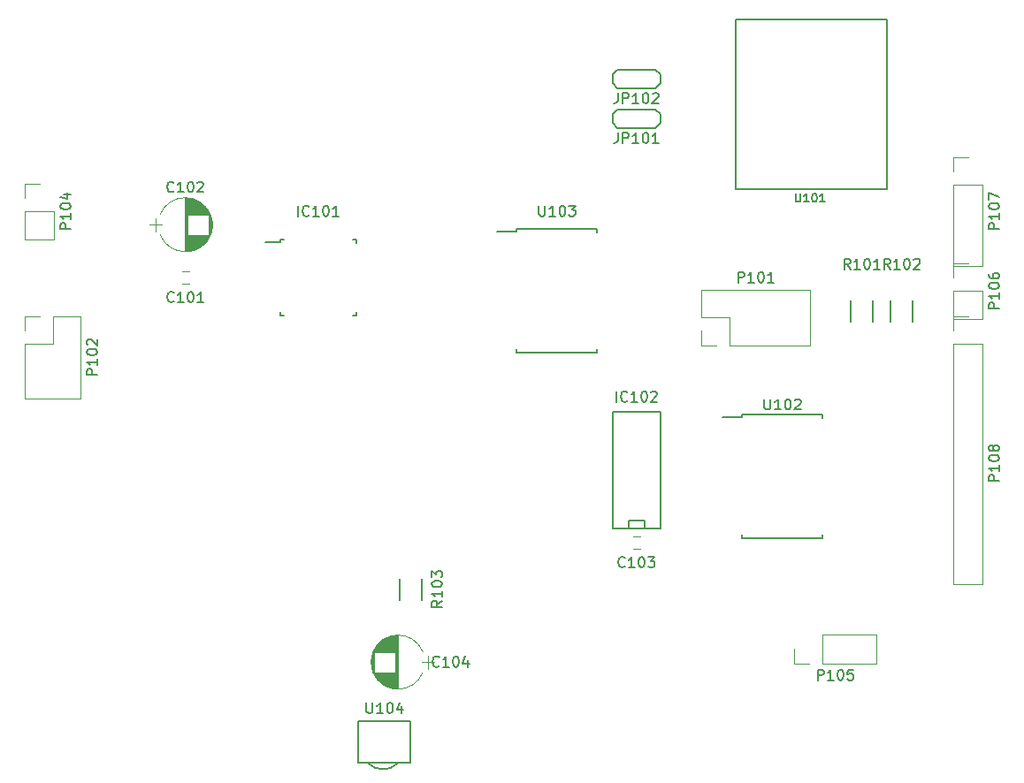
<source format=gto>
G04 #@! TF.FileFunction,Legend,Top*
%FSLAX46Y46*%
G04 Gerber Fmt 4.6, Leading zero omitted, Abs format (unit mm)*
G04 Created by KiCad (PCBNEW 4.0.4+e1-6308~48~ubuntu15.10.1-stable) date Tue Feb 14 12:35:32 2017*
%MOMM*%
%LPD*%
G01*
G04 APERTURE LIST*
%ADD10C,0.100000*%
%ADD11C,0.150000*%
%ADD12C,0.120000*%
%ADD13C,0.160000*%
G04 APERTURE END LIST*
D10*
D11*
X107580000Y-112490000D02*
G75*
G03X110480000Y-112590000I1500000J1400000D01*
G01*
X111680000Y-108490000D02*
X111680000Y-112490000D01*
X111680000Y-112490000D02*
X106680000Y-112490000D01*
X106680000Y-112490000D02*
X106680000Y-108490000D01*
X106680000Y-108490000D02*
X111680000Y-108490000D01*
X132588000Y-90043000D02*
X132588000Y-89281000D01*
X132588000Y-89281000D02*
X134112000Y-89281000D01*
X134112000Y-89281000D02*
X134112000Y-90043000D01*
X131064000Y-78867000D02*
X135636000Y-78867000D01*
X135636000Y-78867000D02*
X135636000Y-90043000D01*
X135636000Y-90043000D02*
X131064000Y-90043000D01*
X131064000Y-90043000D02*
X131064000Y-78867000D01*
D12*
X133000000Y-90840000D02*
X133700000Y-90840000D01*
X133700000Y-92040000D02*
X133000000Y-92040000D01*
D11*
X99245000Y-62415000D02*
X99245000Y-62640000D01*
X106495000Y-62415000D02*
X106495000Y-62740000D01*
X106495000Y-69665000D02*
X106495000Y-69340000D01*
X99245000Y-69665000D02*
X99245000Y-69340000D01*
X99245000Y-62415000D02*
X99570000Y-62415000D01*
X99245000Y-69665000D02*
X99570000Y-69665000D01*
X106495000Y-69665000D02*
X106170000Y-69665000D01*
X106495000Y-62415000D02*
X106170000Y-62415000D01*
X99245000Y-62640000D02*
X97820000Y-62640000D01*
X131550000Y-49900000D02*
X135150000Y-49900000D01*
X135150000Y-49900000D02*
X135650000Y-50400000D01*
X135650000Y-50400000D02*
X135650000Y-51200000D01*
X135650000Y-51200000D02*
X135150000Y-51700000D01*
X135150000Y-51700000D02*
X131550000Y-51700000D01*
X131550000Y-51700000D02*
X131050000Y-51200000D01*
X131050000Y-51200000D02*
X131050000Y-50400000D01*
X131050000Y-50400000D02*
X131550000Y-49900000D01*
X135150000Y-47890000D02*
X131550000Y-47890000D01*
X131550000Y-47890000D02*
X131050000Y-47390000D01*
X131050000Y-47390000D02*
X131050000Y-46590000D01*
X131050000Y-46590000D02*
X131550000Y-46090000D01*
X131550000Y-46090000D02*
X135150000Y-46090000D01*
X135150000Y-46090000D02*
X135650000Y-46590000D01*
X135650000Y-46590000D02*
X135650000Y-47390000D01*
X135650000Y-47390000D02*
X135150000Y-47890000D01*
D12*
X74810000Y-59690000D02*
X74810000Y-62350000D01*
X74810000Y-62350000D02*
X77590000Y-62350000D01*
X77590000Y-62350000D02*
X77590000Y-59690000D01*
X77590000Y-59690000D02*
X74810000Y-59690000D01*
X74810000Y-58420000D02*
X74810000Y-57030000D01*
X74810000Y-57030000D02*
X76200000Y-57030000D01*
X151130000Y-102990000D02*
X156330000Y-102990000D01*
X156330000Y-102990000D02*
X156330000Y-100210000D01*
X156330000Y-100210000D02*
X151130000Y-100210000D01*
X151130000Y-100210000D02*
X151130000Y-102990000D01*
X149860000Y-102990000D02*
X148470000Y-102990000D01*
X148470000Y-102990000D02*
X148470000Y-101600000D01*
X163710000Y-72390000D02*
X163710000Y-95370000D01*
X163710000Y-95370000D02*
X166490000Y-95370000D01*
X166490000Y-95370000D02*
X166490000Y-72390000D01*
X166490000Y-72390000D02*
X163710000Y-72390000D01*
X163710000Y-71120000D02*
X163710000Y-69730000D01*
X163710000Y-69730000D02*
X165100000Y-69730000D01*
D11*
X156015000Y-68215000D02*
X156015000Y-70215000D01*
X153865000Y-70215000D02*
X153865000Y-68215000D01*
X159825000Y-68215000D02*
X159825000Y-70215000D01*
X157675000Y-70215000D02*
X157675000Y-68215000D01*
X143445000Y-79140000D02*
X143445000Y-79390000D01*
X151195000Y-79140000D02*
X151195000Y-79485000D01*
X151195000Y-91040000D02*
X151195000Y-90695000D01*
X143445000Y-91040000D02*
X143445000Y-90695000D01*
X143445000Y-79140000D02*
X151195000Y-79140000D01*
X143445000Y-91040000D02*
X151195000Y-91040000D01*
X143445000Y-79390000D02*
X141620000Y-79390000D01*
X121855000Y-61360000D02*
X121855000Y-61610000D01*
X129605000Y-61360000D02*
X129605000Y-61705000D01*
X129605000Y-73260000D02*
X129605000Y-72915000D01*
X121855000Y-73260000D02*
X121855000Y-72915000D01*
X121855000Y-61360000D02*
X129605000Y-61360000D01*
X121855000Y-73260000D02*
X129605000Y-73260000D01*
X121855000Y-61610000D02*
X120030000Y-61610000D01*
D12*
X74810000Y-72390000D02*
X74810000Y-77590000D01*
X74810000Y-77590000D02*
X80130000Y-77590000D01*
X80130000Y-77590000D02*
X80130000Y-69730000D01*
X80130000Y-69730000D02*
X77470000Y-69730000D01*
X77470000Y-69730000D02*
X77470000Y-72390000D01*
X77470000Y-72390000D02*
X74810000Y-72390000D01*
X74810000Y-71120000D02*
X74810000Y-69730000D01*
X74810000Y-69730000D02*
X76200000Y-69730000D01*
X142240000Y-72510000D02*
X149980000Y-72510000D01*
X149980000Y-72510000D02*
X149980000Y-67190000D01*
X149980000Y-67190000D02*
X139580000Y-67190000D01*
X139580000Y-67190000D02*
X139580000Y-69850000D01*
X139580000Y-69850000D02*
X142240000Y-69850000D01*
X142240000Y-69850000D02*
X142240000Y-72510000D01*
X140970000Y-72510000D02*
X139580000Y-72510000D01*
X139580000Y-72510000D02*
X139580000Y-71120000D01*
X163710000Y-57150000D02*
X163710000Y-64890000D01*
X163710000Y-64890000D02*
X166490000Y-64890000D01*
X166490000Y-64890000D02*
X166490000Y-57150000D01*
X166490000Y-57150000D02*
X163710000Y-57150000D01*
X163710000Y-55880000D02*
X163710000Y-54490000D01*
X163710000Y-54490000D02*
X165100000Y-54490000D01*
X89820000Y-65440000D02*
X90520000Y-65440000D01*
X90520000Y-66640000D02*
X89820000Y-66640000D01*
X92546863Y-59978600D02*
G75*
G03X87752564Y-59980000I-2396863J-981400D01*
G01*
X92546863Y-61941400D02*
G75*
G02X87752564Y-61940000I-2396863J981400D01*
G01*
X92546863Y-61941400D02*
G75*
G03X92547436Y-59980000I-2396863J981400D01*
G01*
X90150000Y-58410000D02*
X90150000Y-63510000D01*
X90190000Y-58410000D02*
X90190000Y-63510000D01*
X90230000Y-58411000D02*
X90230000Y-63509000D01*
X90270000Y-58412000D02*
X90270000Y-63508000D01*
X90310000Y-58414000D02*
X90310000Y-63506000D01*
X90350000Y-58417000D02*
X90350000Y-63503000D01*
X90390000Y-58421000D02*
X90390000Y-63499000D01*
X90430000Y-58425000D02*
X90430000Y-59980000D01*
X90430000Y-61940000D02*
X90430000Y-63495000D01*
X90470000Y-58429000D02*
X90470000Y-59980000D01*
X90470000Y-61940000D02*
X90470000Y-63491000D01*
X90510000Y-58435000D02*
X90510000Y-59980000D01*
X90510000Y-61940000D02*
X90510000Y-63485000D01*
X90550000Y-58441000D02*
X90550000Y-59980000D01*
X90550000Y-61940000D02*
X90550000Y-63479000D01*
X90590000Y-58447000D02*
X90590000Y-59980000D01*
X90590000Y-61940000D02*
X90590000Y-63473000D01*
X90630000Y-58454000D02*
X90630000Y-59980000D01*
X90630000Y-61940000D02*
X90630000Y-63466000D01*
X90670000Y-58462000D02*
X90670000Y-59980000D01*
X90670000Y-61940000D02*
X90670000Y-63458000D01*
X90710000Y-58471000D02*
X90710000Y-59980000D01*
X90710000Y-61940000D02*
X90710000Y-63449000D01*
X90750000Y-58480000D02*
X90750000Y-59980000D01*
X90750000Y-61940000D02*
X90750000Y-63440000D01*
X90790000Y-58490000D02*
X90790000Y-59980000D01*
X90790000Y-61940000D02*
X90790000Y-63430000D01*
X90830000Y-58500000D02*
X90830000Y-59980000D01*
X90830000Y-61940000D02*
X90830000Y-63420000D01*
X90871000Y-58512000D02*
X90871000Y-59980000D01*
X90871000Y-61940000D02*
X90871000Y-63408000D01*
X90911000Y-58524000D02*
X90911000Y-59980000D01*
X90911000Y-61940000D02*
X90911000Y-63396000D01*
X90951000Y-58536000D02*
X90951000Y-59980000D01*
X90951000Y-61940000D02*
X90951000Y-63384000D01*
X90991000Y-58550000D02*
X90991000Y-59980000D01*
X90991000Y-61940000D02*
X90991000Y-63370000D01*
X91031000Y-58564000D02*
X91031000Y-59980000D01*
X91031000Y-61940000D02*
X91031000Y-63356000D01*
X91071000Y-58578000D02*
X91071000Y-59980000D01*
X91071000Y-61940000D02*
X91071000Y-63342000D01*
X91111000Y-58594000D02*
X91111000Y-59980000D01*
X91111000Y-61940000D02*
X91111000Y-63326000D01*
X91151000Y-58610000D02*
X91151000Y-59980000D01*
X91151000Y-61940000D02*
X91151000Y-63310000D01*
X91191000Y-58627000D02*
X91191000Y-59980000D01*
X91191000Y-61940000D02*
X91191000Y-63293000D01*
X91231000Y-58645000D02*
X91231000Y-59980000D01*
X91231000Y-61940000D02*
X91231000Y-63275000D01*
X91271000Y-58664000D02*
X91271000Y-59980000D01*
X91271000Y-61940000D02*
X91271000Y-63256000D01*
X91311000Y-58684000D02*
X91311000Y-59980000D01*
X91311000Y-61940000D02*
X91311000Y-63236000D01*
X91351000Y-58704000D02*
X91351000Y-59980000D01*
X91351000Y-61940000D02*
X91351000Y-63216000D01*
X91391000Y-58726000D02*
X91391000Y-59980000D01*
X91391000Y-61940000D02*
X91391000Y-63194000D01*
X91431000Y-58748000D02*
X91431000Y-59980000D01*
X91431000Y-61940000D02*
X91431000Y-63172000D01*
X91471000Y-58771000D02*
X91471000Y-59980000D01*
X91471000Y-61940000D02*
X91471000Y-63149000D01*
X91511000Y-58795000D02*
X91511000Y-59980000D01*
X91511000Y-61940000D02*
X91511000Y-63125000D01*
X91551000Y-58820000D02*
X91551000Y-59980000D01*
X91551000Y-61940000D02*
X91551000Y-63100000D01*
X91591000Y-58847000D02*
X91591000Y-59980000D01*
X91591000Y-61940000D02*
X91591000Y-63073000D01*
X91631000Y-58874000D02*
X91631000Y-59980000D01*
X91631000Y-61940000D02*
X91631000Y-63046000D01*
X91671000Y-58902000D02*
X91671000Y-59980000D01*
X91671000Y-61940000D02*
X91671000Y-63018000D01*
X91711000Y-58932000D02*
X91711000Y-59980000D01*
X91711000Y-61940000D02*
X91711000Y-62988000D01*
X91751000Y-58963000D02*
X91751000Y-59980000D01*
X91751000Y-61940000D02*
X91751000Y-62957000D01*
X91791000Y-58995000D02*
X91791000Y-59980000D01*
X91791000Y-61940000D02*
X91791000Y-62925000D01*
X91831000Y-59028000D02*
X91831000Y-59980000D01*
X91831000Y-61940000D02*
X91831000Y-62892000D01*
X91871000Y-59063000D02*
X91871000Y-59980000D01*
X91871000Y-61940000D02*
X91871000Y-62857000D01*
X91911000Y-59099000D02*
X91911000Y-59980000D01*
X91911000Y-61940000D02*
X91911000Y-62821000D01*
X91951000Y-59137000D02*
X91951000Y-59980000D01*
X91951000Y-61940000D02*
X91951000Y-62783000D01*
X91991000Y-59177000D02*
X91991000Y-59980000D01*
X91991000Y-61940000D02*
X91991000Y-62743000D01*
X92031000Y-59218000D02*
X92031000Y-59980000D01*
X92031000Y-61940000D02*
X92031000Y-62702000D01*
X92071000Y-59261000D02*
X92071000Y-59980000D01*
X92071000Y-61940000D02*
X92071000Y-62659000D01*
X92111000Y-59306000D02*
X92111000Y-59980000D01*
X92111000Y-61940000D02*
X92111000Y-62614000D01*
X92151000Y-59354000D02*
X92151000Y-59980000D01*
X92151000Y-61940000D02*
X92151000Y-62566000D01*
X92191000Y-59404000D02*
X92191000Y-59980000D01*
X92191000Y-61940000D02*
X92191000Y-62516000D01*
X92231000Y-59456000D02*
X92231000Y-59980000D01*
X92231000Y-61940000D02*
X92231000Y-62464000D01*
X92271000Y-59512000D02*
X92271000Y-59980000D01*
X92271000Y-61940000D02*
X92271000Y-62408000D01*
X92311000Y-59570000D02*
X92311000Y-59980000D01*
X92311000Y-61940000D02*
X92311000Y-62350000D01*
X92351000Y-59633000D02*
X92351000Y-59980000D01*
X92351000Y-61940000D02*
X92351000Y-62287000D01*
X92391000Y-59699000D02*
X92391000Y-62221000D01*
X92431000Y-59771000D02*
X92431000Y-62149000D01*
X92471000Y-59848000D02*
X92471000Y-62072000D01*
X92511000Y-59932000D02*
X92511000Y-61988000D01*
X92551000Y-60026000D02*
X92551000Y-61894000D01*
X92591000Y-60131000D02*
X92591000Y-61789000D01*
X92631000Y-60253000D02*
X92631000Y-61667000D01*
X92671000Y-60401000D02*
X92671000Y-61519000D01*
X92711000Y-60606000D02*
X92711000Y-61314000D01*
X86700000Y-60960000D02*
X87900000Y-60960000D01*
X87300000Y-60310000D02*
X87300000Y-61610000D01*
X108113137Y-103851400D02*
G75*
G03X112907436Y-103850000I2396863J981400D01*
G01*
X108113137Y-101888600D02*
G75*
G02X112907436Y-101890000I2396863J-981400D01*
G01*
X108113137Y-101888600D02*
G75*
G03X108112564Y-103850000I2396863J-981400D01*
G01*
X110510000Y-105420000D02*
X110510000Y-100320000D01*
X110470000Y-105420000D02*
X110470000Y-100320000D01*
X110430000Y-105419000D02*
X110430000Y-100321000D01*
X110390000Y-105418000D02*
X110390000Y-100322000D01*
X110350000Y-105416000D02*
X110350000Y-100324000D01*
X110310000Y-105413000D02*
X110310000Y-100327000D01*
X110270000Y-105409000D02*
X110270000Y-100331000D01*
X110230000Y-105405000D02*
X110230000Y-103850000D01*
X110230000Y-101890000D02*
X110230000Y-100335000D01*
X110190000Y-105401000D02*
X110190000Y-103850000D01*
X110190000Y-101890000D02*
X110190000Y-100339000D01*
X110150000Y-105395000D02*
X110150000Y-103850000D01*
X110150000Y-101890000D02*
X110150000Y-100345000D01*
X110110000Y-105389000D02*
X110110000Y-103850000D01*
X110110000Y-101890000D02*
X110110000Y-100351000D01*
X110070000Y-105383000D02*
X110070000Y-103850000D01*
X110070000Y-101890000D02*
X110070000Y-100357000D01*
X110030000Y-105376000D02*
X110030000Y-103850000D01*
X110030000Y-101890000D02*
X110030000Y-100364000D01*
X109990000Y-105368000D02*
X109990000Y-103850000D01*
X109990000Y-101890000D02*
X109990000Y-100372000D01*
X109950000Y-105359000D02*
X109950000Y-103850000D01*
X109950000Y-101890000D02*
X109950000Y-100381000D01*
X109910000Y-105350000D02*
X109910000Y-103850000D01*
X109910000Y-101890000D02*
X109910000Y-100390000D01*
X109870000Y-105340000D02*
X109870000Y-103850000D01*
X109870000Y-101890000D02*
X109870000Y-100400000D01*
X109830000Y-105330000D02*
X109830000Y-103850000D01*
X109830000Y-101890000D02*
X109830000Y-100410000D01*
X109789000Y-105318000D02*
X109789000Y-103850000D01*
X109789000Y-101890000D02*
X109789000Y-100422000D01*
X109749000Y-105306000D02*
X109749000Y-103850000D01*
X109749000Y-101890000D02*
X109749000Y-100434000D01*
X109709000Y-105294000D02*
X109709000Y-103850000D01*
X109709000Y-101890000D02*
X109709000Y-100446000D01*
X109669000Y-105280000D02*
X109669000Y-103850000D01*
X109669000Y-101890000D02*
X109669000Y-100460000D01*
X109629000Y-105266000D02*
X109629000Y-103850000D01*
X109629000Y-101890000D02*
X109629000Y-100474000D01*
X109589000Y-105252000D02*
X109589000Y-103850000D01*
X109589000Y-101890000D02*
X109589000Y-100488000D01*
X109549000Y-105236000D02*
X109549000Y-103850000D01*
X109549000Y-101890000D02*
X109549000Y-100504000D01*
X109509000Y-105220000D02*
X109509000Y-103850000D01*
X109509000Y-101890000D02*
X109509000Y-100520000D01*
X109469000Y-105203000D02*
X109469000Y-103850000D01*
X109469000Y-101890000D02*
X109469000Y-100537000D01*
X109429000Y-105185000D02*
X109429000Y-103850000D01*
X109429000Y-101890000D02*
X109429000Y-100555000D01*
X109389000Y-105166000D02*
X109389000Y-103850000D01*
X109389000Y-101890000D02*
X109389000Y-100574000D01*
X109349000Y-105146000D02*
X109349000Y-103850000D01*
X109349000Y-101890000D02*
X109349000Y-100594000D01*
X109309000Y-105126000D02*
X109309000Y-103850000D01*
X109309000Y-101890000D02*
X109309000Y-100614000D01*
X109269000Y-105104000D02*
X109269000Y-103850000D01*
X109269000Y-101890000D02*
X109269000Y-100636000D01*
X109229000Y-105082000D02*
X109229000Y-103850000D01*
X109229000Y-101890000D02*
X109229000Y-100658000D01*
X109189000Y-105059000D02*
X109189000Y-103850000D01*
X109189000Y-101890000D02*
X109189000Y-100681000D01*
X109149000Y-105035000D02*
X109149000Y-103850000D01*
X109149000Y-101890000D02*
X109149000Y-100705000D01*
X109109000Y-105010000D02*
X109109000Y-103850000D01*
X109109000Y-101890000D02*
X109109000Y-100730000D01*
X109069000Y-104983000D02*
X109069000Y-103850000D01*
X109069000Y-101890000D02*
X109069000Y-100757000D01*
X109029000Y-104956000D02*
X109029000Y-103850000D01*
X109029000Y-101890000D02*
X109029000Y-100784000D01*
X108989000Y-104928000D02*
X108989000Y-103850000D01*
X108989000Y-101890000D02*
X108989000Y-100812000D01*
X108949000Y-104898000D02*
X108949000Y-103850000D01*
X108949000Y-101890000D02*
X108949000Y-100842000D01*
X108909000Y-104867000D02*
X108909000Y-103850000D01*
X108909000Y-101890000D02*
X108909000Y-100873000D01*
X108869000Y-104835000D02*
X108869000Y-103850000D01*
X108869000Y-101890000D02*
X108869000Y-100905000D01*
X108829000Y-104802000D02*
X108829000Y-103850000D01*
X108829000Y-101890000D02*
X108829000Y-100938000D01*
X108789000Y-104767000D02*
X108789000Y-103850000D01*
X108789000Y-101890000D02*
X108789000Y-100973000D01*
X108749000Y-104731000D02*
X108749000Y-103850000D01*
X108749000Y-101890000D02*
X108749000Y-101009000D01*
X108709000Y-104693000D02*
X108709000Y-103850000D01*
X108709000Y-101890000D02*
X108709000Y-101047000D01*
X108669000Y-104653000D02*
X108669000Y-103850000D01*
X108669000Y-101890000D02*
X108669000Y-101087000D01*
X108629000Y-104612000D02*
X108629000Y-103850000D01*
X108629000Y-101890000D02*
X108629000Y-101128000D01*
X108589000Y-104569000D02*
X108589000Y-103850000D01*
X108589000Y-101890000D02*
X108589000Y-101171000D01*
X108549000Y-104524000D02*
X108549000Y-103850000D01*
X108549000Y-101890000D02*
X108549000Y-101216000D01*
X108509000Y-104476000D02*
X108509000Y-103850000D01*
X108509000Y-101890000D02*
X108509000Y-101264000D01*
X108469000Y-104426000D02*
X108469000Y-103850000D01*
X108469000Y-101890000D02*
X108469000Y-101314000D01*
X108429000Y-104374000D02*
X108429000Y-103850000D01*
X108429000Y-101890000D02*
X108429000Y-101366000D01*
X108389000Y-104318000D02*
X108389000Y-103850000D01*
X108389000Y-101890000D02*
X108389000Y-101422000D01*
X108349000Y-104260000D02*
X108349000Y-103850000D01*
X108349000Y-101890000D02*
X108349000Y-101480000D01*
X108309000Y-104197000D02*
X108309000Y-103850000D01*
X108309000Y-101890000D02*
X108309000Y-101543000D01*
X108269000Y-104131000D02*
X108269000Y-101609000D01*
X108229000Y-104059000D02*
X108229000Y-101681000D01*
X108189000Y-103982000D02*
X108189000Y-101758000D01*
X108149000Y-103898000D02*
X108149000Y-101842000D01*
X108109000Y-103804000D02*
X108109000Y-101936000D01*
X108069000Y-103699000D02*
X108069000Y-102041000D01*
X108029000Y-103577000D02*
X108029000Y-102163000D01*
X107989000Y-103429000D02*
X107989000Y-102311000D01*
X107949000Y-103224000D02*
X107949000Y-102516000D01*
X113960000Y-102870000D02*
X112760000Y-102870000D01*
X113360000Y-103520000D02*
X113360000Y-102220000D01*
D11*
X112835000Y-94885000D02*
X112835000Y-96885000D01*
X110685000Y-96885000D02*
X110685000Y-94885000D01*
D12*
X163710000Y-67310000D02*
X163710000Y-69970000D01*
X163710000Y-69970000D02*
X166490000Y-69970000D01*
X166490000Y-69970000D02*
X166490000Y-67310000D01*
X166490000Y-67310000D02*
X163710000Y-67310000D01*
X163710000Y-66040000D02*
X163710000Y-64650000D01*
X163710000Y-64650000D02*
X165100000Y-64650000D01*
D11*
X157353000Y-41275000D02*
X157353000Y-57531000D01*
X142875000Y-41275000D02*
X157353000Y-41275000D01*
X142875000Y-57531000D02*
X142875000Y-41275000D01*
X157353000Y-57531000D02*
X142875000Y-57531000D01*
X107505714Y-106767381D02*
X107505714Y-107576905D01*
X107553333Y-107672143D01*
X107600952Y-107719762D01*
X107696190Y-107767381D01*
X107886667Y-107767381D01*
X107981905Y-107719762D01*
X108029524Y-107672143D01*
X108077143Y-107576905D01*
X108077143Y-106767381D01*
X109077143Y-107767381D02*
X108505714Y-107767381D01*
X108791428Y-107767381D02*
X108791428Y-106767381D01*
X108696190Y-106910238D01*
X108600952Y-107005476D01*
X108505714Y-107053095D01*
X109696190Y-106767381D02*
X109791429Y-106767381D01*
X109886667Y-106815000D01*
X109934286Y-106862619D01*
X109981905Y-106957857D01*
X110029524Y-107148333D01*
X110029524Y-107386429D01*
X109981905Y-107576905D01*
X109934286Y-107672143D01*
X109886667Y-107719762D01*
X109791429Y-107767381D01*
X109696190Y-107767381D01*
X109600952Y-107719762D01*
X109553333Y-107672143D01*
X109505714Y-107576905D01*
X109458095Y-107386429D01*
X109458095Y-107148333D01*
X109505714Y-106957857D01*
X109553333Y-106862619D01*
X109600952Y-106815000D01*
X109696190Y-106767381D01*
X110886667Y-107100714D02*
X110886667Y-107767381D01*
X110648571Y-106719762D02*
X110410476Y-107434048D01*
X111029524Y-107434048D01*
X131421429Y-77922381D02*
X131421429Y-76922381D01*
X132469048Y-77827143D02*
X132421429Y-77874762D01*
X132278572Y-77922381D01*
X132183334Y-77922381D01*
X132040476Y-77874762D01*
X131945238Y-77779524D01*
X131897619Y-77684286D01*
X131850000Y-77493810D01*
X131850000Y-77350952D01*
X131897619Y-77160476D01*
X131945238Y-77065238D01*
X132040476Y-76970000D01*
X132183334Y-76922381D01*
X132278572Y-76922381D01*
X132421429Y-76970000D01*
X132469048Y-77017619D01*
X133421429Y-77922381D02*
X132850000Y-77922381D01*
X133135714Y-77922381D02*
X133135714Y-76922381D01*
X133040476Y-77065238D01*
X132945238Y-77160476D01*
X132850000Y-77208095D01*
X134040476Y-76922381D02*
X134135715Y-76922381D01*
X134230953Y-76970000D01*
X134278572Y-77017619D01*
X134326191Y-77112857D01*
X134373810Y-77303333D01*
X134373810Y-77541429D01*
X134326191Y-77731905D01*
X134278572Y-77827143D01*
X134230953Y-77874762D01*
X134135715Y-77922381D01*
X134040476Y-77922381D01*
X133945238Y-77874762D01*
X133897619Y-77827143D01*
X133850000Y-77731905D01*
X133802381Y-77541429D01*
X133802381Y-77303333D01*
X133850000Y-77112857D01*
X133897619Y-77017619D01*
X133945238Y-76970000D01*
X134040476Y-76922381D01*
X134754762Y-77017619D02*
X134802381Y-76970000D01*
X134897619Y-76922381D01*
X135135715Y-76922381D01*
X135230953Y-76970000D01*
X135278572Y-77017619D01*
X135326191Y-77112857D01*
X135326191Y-77208095D01*
X135278572Y-77350952D01*
X134707143Y-77922381D01*
X135326191Y-77922381D01*
X132230953Y-93702143D02*
X132183334Y-93749762D01*
X132040477Y-93797381D01*
X131945239Y-93797381D01*
X131802381Y-93749762D01*
X131707143Y-93654524D01*
X131659524Y-93559286D01*
X131611905Y-93368810D01*
X131611905Y-93225952D01*
X131659524Y-93035476D01*
X131707143Y-92940238D01*
X131802381Y-92845000D01*
X131945239Y-92797381D01*
X132040477Y-92797381D01*
X132183334Y-92845000D01*
X132230953Y-92892619D01*
X133183334Y-93797381D02*
X132611905Y-93797381D01*
X132897619Y-93797381D02*
X132897619Y-92797381D01*
X132802381Y-92940238D01*
X132707143Y-93035476D01*
X132611905Y-93083095D01*
X133802381Y-92797381D02*
X133897620Y-92797381D01*
X133992858Y-92845000D01*
X134040477Y-92892619D01*
X134088096Y-92987857D01*
X134135715Y-93178333D01*
X134135715Y-93416429D01*
X134088096Y-93606905D01*
X134040477Y-93702143D01*
X133992858Y-93749762D01*
X133897620Y-93797381D01*
X133802381Y-93797381D01*
X133707143Y-93749762D01*
X133659524Y-93702143D01*
X133611905Y-93606905D01*
X133564286Y-93416429D01*
X133564286Y-93178333D01*
X133611905Y-92987857D01*
X133659524Y-92892619D01*
X133707143Y-92845000D01*
X133802381Y-92797381D01*
X134469048Y-92797381D02*
X135088096Y-92797381D01*
X134754762Y-93178333D01*
X134897620Y-93178333D01*
X134992858Y-93225952D01*
X135040477Y-93273571D01*
X135088096Y-93368810D01*
X135088096Y-93606905D01*
X135040477Y-93702143D01*
X134992858Y-93749762D01*
X134897620Y-93797381D01*
X134611905Y-93797381D01*
X134516667Y-93749762D01*
X134469048Y-93702143D01*
X100941429Y-60142381D02*
X100941429Y-59142381D01*
X101989048Y-60047143D02*
X101941429Y-60094762D01*
X101798572Y-60142381D01*
X101703334Y-60142381D01*
X101560476Y-60094762D01*
X101465238Y-59999524D01*
X101417619Y-59904286D01*
X101370000Y-59713810D01*
X101370000Y-59570952D01*
X101417619Y-59380476D01*
X101465238Y-59285238D01*
X101560476Y-59190000D01*
X101703334Y-59142381D01*
X101798572Y-59142381D01*
X101941429Y-59190000D01*
X101989048Y-59237619D01*
X102941429Y-60142381D02*
X102370000Y-60142381D01*
X102655714Y-60142381D02*
X102655714Y-59142381D01*
X102560476Y-59285238D01*
X102465238Y-59380476D01*
X102370000Y-59428095D01*
X103560476Y-59142381D02*
X103655715Y-59142381D01*
X103750953Y-59190000D01*
X103798572Y-59237619D01*
X103846191Y-59332857D01*
X103893810Y-59523333D01*
X103893810Y-59761429D01*
X103846191Y-59951905D01*
X103798572Y-60047143D01*
X103750953Y-60094762D01*
X103655715Y-60142381D01*
X103560476Y-60142381D01*
X103465238Y-60094762D01*
X103417619Y-60047143D01*
X103370000Y-59951905D01*
X103322381Y-59761429D01*
X103322381Y-59523333D01*
X103370000Y-59332857D01*
X103417619Y-59237619D01*
X103465238Y-59190000D01*
X103560476Y-59142381D01*
X104846191Y-60142381D02*
X104274762Y-60142381D01*
X104560476Y-60142381D02*
X104560476Y-59142381D01*
X104465238Y-59285238D01*
X104370000Y-59380476D01*
X104274762Y-59428095D01*
X131564286Y-52157381D02*
X131564286Y-52871667D01*
X131516666Y-53014524D01*
X131421428Y-53109762D01*
X131278571Y-53157381D01*
X131183333Y-53157381D01*
X132040476Y-53157381D02*
X132040476Y-52157381D01*
X132421429Y-52157381D01*
X132516667Y-52205000D01*
X132564286Y-52252619D01*
X132611905Y-52347857D01*
X132611905Y-52490714D01*
X132564286Y-52585952D01*
X132516667Y-52633571D01*
X132421429Y-52681190D01*
X132040476Y-52681190D01*
X133564286Y-53157381D02*
X132992857Y-53157381D01*
X133278571Y-53157381D02*
X133278571Y-52157381D01*
X133183333Y-52300238D01*
X133088095Y-52395476D01*
X132992857Y-52443095D01*
X134183333Y-52157381D02*
X134278572Y-52157381D01*
X134373810Y-52205000D01*
X134421429Y-52252619D01*
X134469048Y-52347857D01*
X134516667Y-52538333D01*
X134516667Y-52776429D01*
X134469048Y-52966905D01*
X134421429Y-53062143D01*
X134373810Y-53109762D01*
X134278572Y-53157381D01*
X134183333Y-53157381D01*
X134088095Y-53109762D01*
X134040476Y-53062143D01*
X133992857Y-52966905D01*
X133945238Y-52776429D01*
X133945238Y-52538333D01*
X133992857Y-52347857D01*
X134040476Y-52252619D01*
X134088095Y-52205000D01*
X134183333Y-52157381D01*
X135469048Y-53157381D02*
X134897619Y-53157381D01*
X135183333Y-53157381D02*
X135183333Y-52157381D01*
X135088095Y-52300238D01*
X134992857Y-52395476D01*
X134897619Y-52443095D01*
X131564286Y-48347381D02*
X131564286Y-49061667D01*
X131516666Y-49204524D01*
X131421428Y-49299762D01*
X131278571Y-49347381D01*
X131183333Y-49347381D01*
X132040476Y-49347381D02*
X132040476Y-48347381D01*
X132421429Y-48347381D01*
X132516667Y-48395000D01*
X132564286Y-48442619D01*
X132611905Y-48537857D01*
X132611905Y-48680714D01*
X132564286Y-48775952D01*
X132516667Y-48823571D01*
X132421429Y-48871190D01*
X132040476Y-48871190D01*
X133564286Y-49347381D02*
X132992857Y-49347381D01*
X133278571Y-49347381D02*
X133278571Y-48347381D01*
X133183333Y-48490238D01*
X133088095Y-48585476D01*
X132992857Y-48633095D01*
X134183333Y-48347381D02*
X134278572Y-48347381D01*
X134373810Y-48395000D01*
X134421429Y-48442619D01*
X134469048Y-48537857D01*
X134516667Y-48728333D01*
X134516667Y-48966429D01*
X134469048Y-49156905D01*
X134421429Y-49252143D01*
X134373810Y-49299762D01*
X134278572Y-49347381D01*
X134183333Y-49347381D01*
X134088095Y-49299762D01*
X134040476Y-49252143D01*
X133992857Y-49156905D01*
X133945238Y-48966429D01*
X133945238Y-48728333D01*
X133992857Y-48537857D01*
X134040476Y-48442619D01*
X134088095Y-48395000D01*
X134183333Y-48347381D01*
X134897619Y-48442619D02*
X134945238Y-48395000D01*
X135040476Y-48347381D01*
X135278572Y-48347381D01*
X135373810Y-48395000D01*
X135421429Y-48442619D01*
X135469048Y-48537857D01*
X135469048Y-48633095D01*
X135421429Y-48775952D01*
X134850000Y-49347381D01*
X135469048Y-49347381D01*
X79192381Y-61380476D02*
X78192381Y-61380476D01*
X78192381Y-60999523D01*
X78240000Y-60904285D01*
X78287619Y-60856666D01*
X78382857Y-60809047D01*
X78525714Y-60809047D01*
X78620952Y-60856666D01*
X78668571Y-60904285D01*
X78716190Y-60999523D01*
X78716190Y-61380476D01*
X79192381Y-59856666D02*
X79192381Y-60428095D01*
X79192381Y-60142381D02*
X78192381Y-60142381D01*
X78335238Y-60237619D01*
X78430476Y-60332857D01*
X78478095Y-60428095D01*
X78192381Y-59237619D02*
X78192381Y-59142380D01*
X78240000Y-59047142D01*
X78287619Y-58999523D01*
X78382857Y-58951904D01*
X78573333Y-58904285D01*
X78811429Y-58904285D01*
X79001905Y-58951904D01*
X79097143Y-58999523D01*
X79144762Y-59047142D01*
X79192381Y-59142380D01*
X79192381Y-59237619D01*
X79144762Y-59332857D01*
X79097143Y-59380476D01*
X79001905Y-59428095D01*
X78811429Y-59475714D01*
X78573333Y-59475714D01*
X78382857Y-59428095D01*
X78287619Y-59380476D01*
X78240000Y-59332857D01*
X78192381Y-59237619D01*
X78525714Y-58047142D02*
X79192381Y-58047142D01*
X78144762Y-58285238D02*
X78859048Y-58523333D01*
X78859048Y-57904285D01*
X150709524Y-104592381D02*
X150709524Y-103592381D01*
X151090477Y-103592381D01*
X151185715Y-103640000D01*
X151233334Y-103687619D01*
X151280953Y-103782857D01*
X151280953Y-103925714D01*
X151233334Y-104020952D01*
X151185715Y-104068571D01*
X151090477Y-104116190D01*
X150709524Y-104116190D01*
X152233334Y-104592381D02*
X151661905Y-104592381D01*
X151947619Y-104592381D02*
X151947619Y-103592381D01*
X151852381Y-103735238D01*
X151757143Y-103830476D01*
X151661905Y-103878095D01*
X152852381Y-103592381D02*
X152947620Y-103592381D01*
X153042858Y-103640000D01*
X153090477Y-103687619D01*
X153138096Y-103782857D01*
X153185715Y-103973333D01*
X153185715Y-104211429D01*
X153138096Y-104401905D01*
X153090477Y-104497143D01*
X153042858Y-104544762D01*
X152947620Y-104592381D01*
X152852381Y-104592381D01*
X152757143Y-104544762D01*
X152709524Y-104497143D01*
X152661905Y-104401905D01*
X152614286Y-104211429D01*
X152614286Y-103973333D01*
X152661905Y-103782857D01*
X152709524Y-103687619D01*
X152757143Y-103640000D01*
X152852381Y-103592381D01*
X154090477Y-103592381D02*
X153614286Y-103592381D01*
X153566667Y-104068571D01*
X153614286Y-104020952D01*
X153709524Y-103973333D01*
X153947620Y-103973333D01*
X154042858Y-104020952D01*
X154090477Y-104068571D01*
X154138096Y-104163810D01*
X154138096Y-104401905D01*
X154090477Y-104497143D01*
X154042858Y-104544762D01*
X153947620Y-104592381D01*
X153709524Y-104592381D01*
X153614286Y-104544762D01*
X153566667Y-104497143D01*
X168092381Y-85510476D02*
X167092381Y-85510476D01*
X167092381Y-85129523D01*
X167140000Y-85034285D01*
X167187619Y-84986666D01*
X167282857Y-84939047D01*
X167425714Y-84939047D01*
X167520952Y-84986666D01*
X167568571Y-85034285D01*
X167616190Y-85129523D01*
X167616190Y-85510476D01*
X168092381Y-83986666D02*
X168092381Y-84558095D01*
X168092381Y-84272381D02*
X167092381Y-84272381D01*
X167235238Y-84367619D01*
X167330476Y-84462857D01*
X167378095Y-84558095D01*
X167092381Y-83367619D02*
X167092381Y-83272380D01*
X167140000Y-83177142D01*
X167187619Y-83129523D01*
X167282857Y-83081904D01*
X167473333Y-83034285D01*
X167711429Y-83034285D01*
X167901905Y-83081904D01*
X167997143Y-83129523D01*
X168044762Y-83177142D01*
X168092381Y-83272380D01*
X168092381Y-83367619D01*
X168044762Y-83462857D01*
X167997143Y-83510476D01*
X167901905Y-83558095D01*
X167711429Y-83605714D01*
X167473333Y-83605714D01*
X167282857Y-83558095D01*
X167187619Y-83510476D01*
X167140000Y-83462857D01*
X167092381Y-83367619D01*
X167520952Y-82462857D02*
X167473333Y-82558095D01*
X167425714Y-82605714D01*
X167330476Y-82653333D01*
X167282857Y-82653333D01*
X167187619Y-82605714D01*
X167140000Y-82558095D01*
X167092381Y-82462857D01*
X167092381Y-82272380D01*
X167140000Y-82177142D01*
X167187619Y-82129523D01*
X167282857Y-82081904D01*
X167330476Y-82081904D01*
X167425714Y-82129523D01*
X167473333Y-82177142D01*
X167520952Y-82272380D01*
X167520952Y-82462857D01*
X167568571Y-82558095D01*
X167616190Y-82605714D01*
X167711429Y-82653333D01*
X167901905Y-82653333D01*
X167997143Y-82605714D01*
X168044762Y-82558095D01*
X168092381Y-82462857D01*
X168092381Y-82272380D01*
X168044762Y-82177142D01*
X167997143Y-82129523D01*
X167901905Y-82081904D01*
X167711429Y-82081904D01*
X167616190Y-82129523D01*
X167568571Y-82177142D01*
X167520952Y-82272380D01*
X153820953Y-65222381D02*
X153487619Y-64746190D01*
X153249524Y-65222381D02*
X153249524Y-64222381D01*
X153630477Y-64222381D01*
X153725715Y-64270000D01*
X153773334Y-64317619D01*
X153820953Y-64412857D01*
X153820953Y-64555714D01*
X153773334Y-64650952D01*
X153725715Y-64698571D01*
X153630477Y-64746190D01*
X153249524Y-64746190D01*
X154773334Y-65222381D02*
X154201905Y-65222381D01*
X154487619Y-65222381D02*
X154487619Y-64222381D01*
X154392381Y-64365238D01*
X154297143Y-64460476D01*
X154201905Y-64508095D01*
X155392381Y-64222381D02*
X155487620Y-64222381D01*
X155582858Y-64270000D01*
X155630477Y-64317619D01*
X155678096Y-64412857D01*
X155725715Y-64603333D01*
X155725715Y-64841429D01*
X155678096Y-65031905D01*
X155630477Y-65127143D01*
X155582858Y-65174762D01*
X155487620Y-65222381D01*
X155392381Y-65222381D01*
X155297143Y-65174762D01*
X155249524Y-65127143D01*
X155201905Y-65031905D01*
X155154286Y-64841429D01*
X155154286Y-64603333D01*
X155201905Y-64412857D01*
X155249524Y-64317619D01*
X155297143Y-64270000D01*
X155392381Y-64222381D01*
X156678096Y-65222381D02*
X156106667Y-65222381D01*
X156392381Y-65222381D02*
X156392381Y-64222381D01*
X156297143Y-64365238D01*
X156201905Y-64460476D01*
X156106667Y-64508095D01*
X157630953Y-65222381D02*
X157297619Y-64746190D01*
X157059524Y-65222381D02*
X157059524Y-64222381D01*
X157440477Y-64222381D01*
X157535715Y-64270000D01*
X157583334Y-64317619D01*
X157630953Y-64412857D01*
X157630953Y-64555714D01*
X157583334Y-64650952D01*
X157535715Y-64698571D01*
X157440477Y-64746190D01*
X157059524Y-64746190D01*
X158583334Y-65222381D02*
X158011905Y-65222381D01*
X158297619Y-65222381D02*
X158297619Y-64222381D01*
X158202381Y-64365238D01*
X158107143Y-64460476D01*
X158011905Y-64508095D01*
X159202381Y-64222381D02*
X159297620Y-64222381D01*
X159392858Y-64270000D01*
X159440477Y-64317619D01*
X159488096Y-64412857D01*
X159535715Y-64603333D01*
X159535715Y-64841429D01*
X159488096Y-65031905D01*
X159440477Y-65127143D01*
X159392858Y-65174762D01*
X159297620Y-65222381D01*
X159202381Y-65222381D01*
X159107143Y-65174762D01*
X159059524Y-65127143D01*
X159011905Y-65031905D01*
X158964286Y-64841429D01*
X158964286Y-64603333D01*
X159011905Y-64412857D01*
X159059524Y-64317619D01*
X159107143Y-64270000D01*
X159202381Y-64222381D01*
X159916667Y-64317619D02*
X159964286Y-64270000D01*
X160059524Y-64222381D01*
X160297620Y-64222381D01*
X160392858Y-64270000D01*
X160440477Y-64317619D01*
X160488096Y-64412857D01*
X160488096Y-64508095D01*
X160440477Y-64650952D01*
X159869048Y-65222381D01*
X160488096Y-65222381D01*
X145605714Y-77667381D02*
X145605714Y-78476905D01*
X145653333Y-78572143D01*
X145700952Y-78619762D01*
X145796190Y-78667381D01*
X145986667Y-78667381D01*
X146081905Y-78619762D01*
X146129524Y-78572143D01*
X146177143Y-78476905D01*
X146177143Y-77667381D01*
X147177143Y-78667381D02*
X146605714Y-78667381D01*
X146891428Y-78667381D02*
X146891428Y-77667381D01*
X146796190Y-77810238D01*
X146700952Y-77905476D01*
X146605714Y-77953095D01*
X147796190Y-77667381D02*
X147891429Y-77667381D01*
X147986667Y-77715000D01*
X148034286Y-77762619D01*
X148081905Y-77857857D01*
X148129524Y-78048333D01*
X148129524Y-78286429D01*
X148081905Y-78476905D01*
X148034286Y-78572143D01*
X147986667Y-78619762D01*
X147891429Y-78667381D01*
X147796190Y-78667381D01*
X147700952Y-78619762D01*
X147653333Y-78572143D01*
X147605714Y-78476905D01*
X147558095Y-78286429D01*
X147558095Y-78048333D01*
X147605714Y-77857857D01*
X147653333Y-77762619D01*
X147700952Y-77715000D01*
X147796190Y-77667381D01*
X148510476Y-77762619D02*
X148558095Y-77715000D01*
X148653333Y-77667381D01*
X148891429Y-77667381D01*
X148986667Y-77715000D01*
X149034286Y-77762619D01*
X149081905Y-77857857D01*
X149081905Y-77953095D01*
X149034286Y-78095952D01*
X148462857Y-78667381D01*
X149081905Y-78667381D01*
X124015714Y-59142381D02*
X124015714Y-59951905D01*
X124063333Y-60047143D01*
X124110952Y-60094762D01*
X124206190Y-60142381D01*
X124396667Y-60142381D01*
X124491905Y-60094762D01*
X124539524Y-60047143D01*
X124587143Y-59951905D01*
X124587143Y-59142381D01*
X125587143Y-60142381D02*
X125015714Y-60142381D01*
X125301428Y-60142381D02*
X125301428Y-59142381D01*
X125206190Y-59285238D01*
X125110952Y-59380476D01*
X125015714Y-59428095D01*
X126206190Y-59142381D02*
X126301429Y-59142381D01*
X126396667Y-59190000D01*
X126444286Y-59237619D01*
X126491905Y-59332857D01*
X126539524Y-59523333D01*
X126539524Y-59761429D01*
X126491905Y-59951905D01*
X126444286Y-60047143D01*
X126396667Y-60094762D01*
X126301429Y-60142381D01*
X126206190Y-60142381D01*
X126110952Y-60094762D01*
X126063333Y-60047143D01*
X126015714Y-59951905D01*
X125968095Y-59761429D01*
X125968095Y-59523333D01*
X126015714Y-59332857D01*
X126063333Y-59237619D01*
X126110952Y-59190000D01*
X126206190Y-59142381D01*
X126872857Y-59142381D02*
X127491905Y-59142381D01*
X127158571Y-59523333D01*
X127301429Y-59523333D01*
X127396667Y-59570952D01*
X127444286Y-59618571D01*
X127491905Y-59713810D01*
X127491905Y-59951905D01*
X127444286Y-60047143D01*
X127396667Y-60094762D01*
X127301429Y-60142381D01*
X127015714Y-60142381D01*
X126920476Y-60094762D01*
X126872857Y-60047143D01*
X81732381Y-75350476D02*
X80732381Y-75350476D01*
X80732381Y-74969523D01*
X80780000Y-74874285D01*
X80827619Y-74826666D01*
X80922857Y-74779047D01*
X81065714Y-74779047D01*
X81160952Y-74826666D01*
X81208571Y-74874285D01*
X81256190Y-74969523D01*
X81256190Y-75350476D01*
X81732381Y-73826666D02*
X81732381Y-74398095D01*
X81732381Y-74112381D02*
X80732381Y-74112381D01*
X80875238Y-74207619D01*
X80970476Y-74302857D01*
X81018095Y-74398095D01*
X80732381Y-73207619D02*
X80732381Y-73112380D01*
X80780000Y-73017142D01*
X80827619Y-72969523D01*
X80922857Y-72921904D01*
X81113333Y-72874285D01*
X81351429Y-72874285D01*
X81541905Y-72921904D01*
X81637143Y-72969523D01*
X81684762Y-73017142D01*
X81732381Y-73112380D01*
X81732381Y-73207619D01*
X81684762Y-73302857D01*
X81637143Y-73350476D01*
X81541905Y-73398095D01*
X81351429Y-73445714D01*
X81113333Y-73445714D01*
X80922857Y-73398095D01*
X80827619Y-73350476D01*
X80780000Y-73302857D01*
X80732381Y-73207619D01*
X80827619Y-72493333D02*
X80780000Y-72445714D01*
X80732381Y-72350476D01*
X80732381Y-72112380D01*
X80780000Y-72017142D01*
X80827619Y-71969523D01*
X80922857Y-71921904D01*
X81018095Y-71921904D01*
X81160952Y-71969523D01*
X81732381Y-72540952D01*
X81732381Y-71921904D01*
X143089524Y-66492381D02*
X143089524Y-65492381D01*
X143470477Y-65492381D01*
X143565715Y-65540000D01*
X143613334Y-65587619D01*
X143660953Y-65682857D01*
X143660953Y-65825714D01*
X143613334Y-65920952D01*
X143565715Y-65968571D01*
X143470477Y-66016190D01*
X143089524Y-66016190D01*
X144613334Y-66492381D02*
X144041905Y-66492381D01*
X144327619Y-66492381D02*
X144327619Y-65492381D01*
X144232381Y-65635238D01*
X144137143Y-65730476D01*
X144041905Y-65778095D01*
X145232381Y-65492381D02*
X145327620Y-65492381D01*
X145422858Y-65540000D01*
X145470477Y-65587619D01*
X145518096Y-65682857D01*
X145565715Y-65873333D01*
X145565715Y-66111429D01*
X145518096Y-66301905D01*
X145470477Y-66397143D01*
X145422858Y-66444762D01*
X145327620Y-66492381D01*
X145232381Y-66492381D01*
X145137143Y-66444762D01*
X145089524Y-66397143D01*
X145041905Y-66301905D01*
X144994286Y-66111429D01*
X144994286Y-65873333D01*
X145041905Y-65682857D01*
X145089524Y-65587619D01*
X145137143Y-65540000D01*
X145232381Y-65492381D01*
X146518096Y-66492381D02*
X145946667Y-66492381D01*
X146232381Y-66492381D02*
X146232381Y-65492381D01*
X146137143Y-65635238D01*
X146041905Y-65730476D01*
X145946667Y-65778095D01*
X168092381Y-61380476D02*
X167092381Y-61380476D01*
X167092381Y-60999523D01*
X167140000Y-60904285D01*
X167187619Y-60856666D01*
X167282857Y-60809047D01*
X167425714Y-60809047D01*
X167520952Y-60856666D01*
X167568571Y-60904285D01*
X167616190Y-60999523D01*
X167616190Y-61380476D01*
X168092381Y-59856666D02*
X168092381Y-60428095D01*
X168092381Y-60142381D02*
X167092381Y-60142381D01*
X167235238Y-60237619D01*
X167330476Y-60332857D01*
X167378095Y-60428095D01*
X167092381Y-59237619D02*
X167092381Y-59142380D01*
X167140000Y-59047142D01*
X167187619Y-58999523D01*
X167282857Y-58951904D01*
X167473333Y-58904285D01*
X167711429Y-58904285D01*
X167901905Y-58951904D01*
X167997143Y-58999523D01*
X168044762Y-59047142D01*
X168092381Y-59142380D01*
X168092381Y-59237619D01*
X168044762Y-59332857D01*
X167997143Y-59380476D01*
X167901905Y-59428095D01*
X167711429Y-59475714D01*
X167473333Y-59475714D01*
X167282857Y-59428095D01*
X167187619Y-59380476D01*
X167140000Y-59332857D01*
X167092381Y-59237619D01*
X167092381Y-58570952D02*
X167092381Y-57904285D01*
X168092381Y-58332857D01*
X89050953Y-68302143D02*
X89003334Y-68349762D01*
X88860477Y-68397381D01*
X88765239Y-68397381D01*
X88622381Y-68349762D01*
X88527143Y-68254524D01*
X88479524Y-68159286D01*
X88431905Y-67968810D01*
X88431905Y-67825952D01*
X88479524Y-67635476D01*
X88527143Y-67540238D01*
X88622381Y-67445000D01*
X88765239Y-67397381D01*
X88860477Y-67397381D01*
X89003334Y-67445000D01*
X89050953Y-67492619D01*
X90003334Y-68397381D02*
X89431905Y-68397381D01*
X89717619Y-68397381D02*
X89717619Y-67397381D01*
X89622381Y-67540238D01*
X89527143Y-67635476D01*
X89431905Y-67683095D01*
X90622381Y-67397381D02*
X90717620Y-67397381D01*
X90812858Y-67445000D01*
X90860477Y-67492619D01*
X90908096Y-67587857D01*
X90955715Y-67778333D01*
X90955715Y-68016429D01*
X90908096Y-68206905D01*
X90860477Y-68302143D01*
X90812858Y-68349762D01*
X90717620Y-68397381D01*
X90622381Y-68397381D01*
X90527143Y-68349762D01*
X90479524Y-68302143D01*
X90431905Y-68206905D01*
X90384286Y-68016429D01*
X90384286Y-67778333D01*
X90431905Y-67587857D01*
X90479524Y-67492619D01*
X90527143Y-67445000D01*
X90622381Y-67397381D01*
X91908096Y-68397381D02*
X91336667Y-68397381D01*
X91622381Y-68397381D02*
X91622381Y-67397381D01*
X91527143Y-67540238D01*
X91431905Y-67635476D01*
X91336667Y-67683095D01*
X89030953Y-57757143D02*
X88983334Y-57804762D01*
X88840477Y-57852381D01*
X88745239Y-57852381D01*
X88602381Y-57804762D01*
X88507143Y-57709524D01*
X88459524Y-57614286D01*
X88411905Y-57423810D01*
X88411905Y-57280952D01*
X88459524Y-57090476D01*
X88507143Y-56995238D01*
X88602381Y-56900000D01*
X88745239Y-56852381D01*
X88840477Y-56852381D01*
X88983334Y-56900000D01*
X89030953Y-56947619D01*
X89983334Y-57852381D02*
X89411905Y-57852381D01*
X89697619Y-57852381D02*
X89697619Y-56852381D01*
X89602381Y-56995238D01*
X89507143Y-57090476D01*
X89411905Y-57138095D01*
X90602381Y-56852381D02*
X90697620Y-56852381D01*
X90792858Y-56900000D01*
X90840477Y-56947619D01*
X90888096Y-57042857D01*
X90935715Y-57233333D01*
X90935715Y-57471429D01*
X90888096Y-57661905D01*
X90840477Y-57757143D01*
X90792858Y-57804762D01*
X90697620Y-57852381D01*
X90602381Y-57852381D01*
X90507143Y-57804762D01*
X90459524Y-57757143D01*
X90411905Y-57661905D01*
X90364286Y-57471429D01*
X90364286Y-57233333D01*
X90411905Y-57042857D01*
X90459524Y-56947619D01*
X90507143Y-56900000D01*
X90602381Y-56852381D01*
X91316667Y-56947619D02*
X91364286Y-56900000D01*
X91459524Y-56852381D01*
X91697620Y-56852381D01*
X91792858Y-56900000D01*
X91840477Y-56947619D01*
X91888096Y-57042857D01*
X91888096Y-57138095D01*
X91840477Y-57280952D01*
X91269048Y-57852381D01*
X91888096Y-57852381D01*
X114450953Y-103227143D02*
X114403334Y-103274762D01*
X114260477Y-103322381D01*
X114165239Y-103322381D01*
X114022381Y-103274762D01*
X113927143Y-103179524D01*
X113879524Y-103084286D01*
X113831905Y-102893810D01*
X113831905Y-102750952D01*
X113879524Y-102560476D01*
X113927143Y-102465238D01*
X114022381Y-102370000D01*
X114165239Y-102322381D01*
X114260477Y-102322381D01*
X114403334Y-102370000D01*
X114450953Y-102417619D01*
X115403334Y-103322381D02*
X114831905Y-103322381D01*
X115117619Y-103322381D02*
X115117619Y-102322381D01*
X115022381Y-102465238D01*
X114927143Y-102560476D01*
X114831905Y-102608095D01*
X116022381Y-102322381D02*
X116117620Y-102322381D01*
X116212858Y-102370000D01*
X116260477Y-102417619D01*
X116308096Y-102512857D01*
X116355715Y-102703333D01*
X116355715Y-102941429D01*
X116308096Y-103131905D01*
X116260477Y-103227143D01*
X116212858Y-103274762D01*
X116117620Y-103322381D01*
X116022381Y-103322381D01*
X115927143Y-103274762D01*
X115879524Y-103227143D01*
X115831905Y-103131905D01*
X115784286Y-102941429D01*
X115784286Y-102703333D01*
X115831905Y-102512857D01*
X115879524Y-102417619D01*
X115927143Y-102370000D01*
X116022381Y-102322381D01*
X117212858Y-102655714D02*
X117212858Y-103322381D01*
X116974762Y-102274762D02*
X116736667Y-102989048D01*
X117355715Y-102989048D01*
X114752381Y-97004047D02*
X114276190Y-97337381D01*
X114752381Y-97575476D02*
X113752381Y-97575476D01*
X113752381Y-97194523D01*
X113800000Y-97099285D01*
X113847619Y-97051666D01*
X113942857Y-97004047D01*
X114085714Y-97004047D01*
X114180952Y-97051666D01*
X114228571Y-97099285D01*
X114276190Y-97194523D01*
X114276190Y-97575476D01*
X114752381Y-96051666D02*
X114752381Y-96623095D01*
X114752381Y-96337381D02*
X113752381Y-96337381D01*
X113895238Y-96432619D01*
X113990476Y-96527857D01*
X114038095Y-96623095D01*
X113752381Y-95432619D02*
X113752381Y-95337380D01*
X113800000Y-95242142D01*
X113847619Y-95194523D01*
X113942857Y-95146904D01*
X114133333Y-95099285D01*
X114371429Y-95099285D01*
X114561905Y-95146904D01*
X114657143Y-95194523D01*
X114704762Y-95242142D01*
X114752381Y-95337380D01*
X114752381Y-95432619D01*
X114704762Y-95527857D01*
X114657143Y-95575476D01*
X114561905Y-95623095D01*
X114371429Y-95670714D01*
X114133333Y-95670714D01*
X113942857Y-95623095D01*
X113847619Y-95575476D01*
X113800000Y-95527857D01*
X113752381Y-95432619D01*
X113752381Y-94765952D02*
X113752381Y-94146904D01*
X114133333Y-94480238D01*
X114133333Y-94337380D01*
X114180952Y-94242142D01*
X114228571Y-94194523D01*
X114323810Y-94146904D01*
X114561905Y-94146904D01*
X114657143Y-94194523D01*
X114704762Y-94242142D01*
X114752381Y-94337380D01*
X114752381Y-94623095D01*
X114704762Y-94718333D01*
X114657143Y-94765952D01*
X168092381Y-69000476D02*
X167092381Y-69000476D01*
X167092381Y-68619523D01*
X167140000Y-68524285D01*
X167187619Y-68476666D01*
X167282857Y-68429047D01*
X167425714Y-68429047D01*
X167520952Y-68476666D01*
X167568571Y-68524285D01*
X167616190Y-68619523D01*
X167616190Y-69000476D01*
X168092381Y-67476666D02*
X168092381Y-68048095D01*
X168092381Y-67762381D02*
X167092381Y-67762381D01*
X167235238Y-67857619D01*
X167330476Y-67952857D01*
X167378095Y-68048095D01*
X167092381Y-66857619D02*
X167092381Y-66762380D01*
X167140000Y-66667142D01*
X167187619Y-66619523D01*
X167282857Y-66571904D01*
X167473333Y-66524285D01*
X167711429Y-66524285D01*
X167901905Y-66571904D01*
X167997143Y-66619523D01*
X168044762Y-66667142D01*
X168092381Y-66762380D01*
X168092381Y-66857619D01*
X168044762Y-66952857D01*
X167997143Y-67000476D01*
X167901905Y-67048095D01*
X167711429Y-67095714D01*
X167473333Y-67095714D01*
X167282857Y-67048095D01*
X167187619Y-67000476D01*
X167140000Y-66952857D01*
X167092381Y-66857619D01*
X167092381Y-65667142D02*
X167092381Y-65857619D01*
X167140000Y-65952857D01*
X167187619Y-66000476D01*
X167330476Y-66095714D01*
X167520952Y-66143333D01*
X167901905Y-66143333D01*
X167997143Y-66095714D01*
X168044762Y-66048095D01*
X168092381Y-65952857D01*
X168092381Y-65762380D01*
X168044762Y-65667142D01*
X167997143Y-65619523D01*
X167901905Y-65571904D01*
X167663810Y-65571904D01*
X167568571Y-65619523D01*
X167520952Y-65667142D01*
X167473333Y-65762380D01*
X167473333Y-65952857D01*
X167520952Y-66048095D01*
X167568571Y-66095714D01*
X167663810Y-66143333D01*
D13*
X148615571Y-57981905D02*
X148615571Y-58629524D01*
X148653666Y-58705714D01*
X148691762Y-58743810D01*
X148767952Y-58781905D01*
X148920333Y-58781905D01*
X148996524Y-58743810D01*
X149034619Y-58705714D01*
X149072714Y-58629524D01*
X149072714Y-57981905D01*
X149872714Y-58781905D02*
X149415571Y-58781905D01*
X149644142Y-58781905D02*
X149644142Y-57981905D01*
X149567952Y-58096190D01*
X149491761Y-58172381D01*
X149415571Y-58210476D01*
X150367952Y-57981905D02*
X150444143Y-57981905D01*
X150520333Y-58020000D01*
X150558428Y-58058095D01*
X150596524Y-58134286D01*
X150634619Y-58286667D01*
X150634619Y-58477143D01*
X150596524Y-58629524D01*
X150558428Y-58705714D01*
X150520333Y-58743810D01*
X150444143Y-58781905D01*
X150367952Y-58781905D01*
X150291762Y-58743810D01*
X150253666Y-58705714D01*
X150215571Y-58629524D01*
X150177476Y-58477143D01*
X150177476Y-58286667D01*
X150215571Y-58134286D01*
X150253666Y-58058095D01*
X150291762Y-58020000D01*
X150367952Y-57981905D01*
X151396524Y-58781905D02*
X150939381Y-58781905D01*
X151167952Y-58781905D02*
X151167952Y-57981905D01*
X151091762Y-58096190D01*
X151015571Y-58172381D01*
X150939381Y-58210476D01*
M02*

</source>
